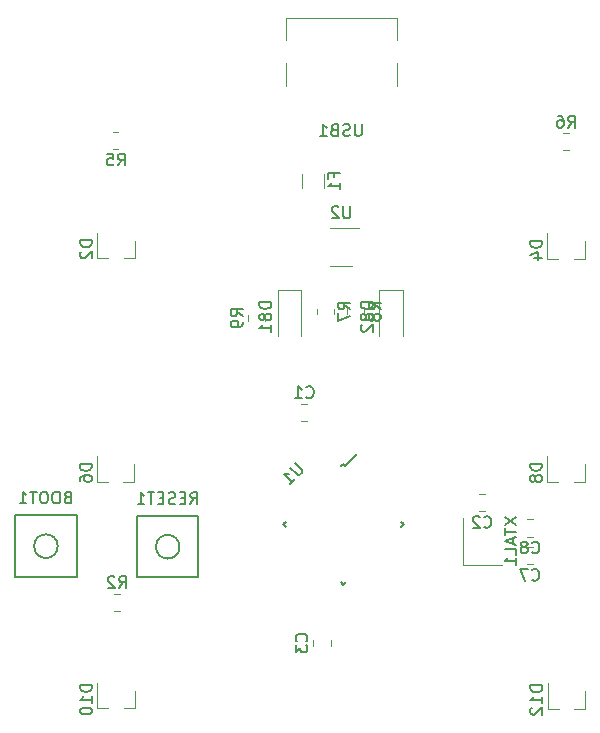
<source format=gbr>
%TF.GenerationSoftware,KiCad,Pcbnew,(5.1.9)-1*%
%TF.CreationDate,2021-01-04T19:24:50+01:00*%
%TF.ProjectId,pcb,7063622e-6b69-4636-9164-5f7063625858,rev?*%
%TF.SameCoordinates,Original*%
%TF.FileFunction,Legend,Bot*%
%TF.FilePolarity,Positive*%
%FSLAX46Y46*%
G04 Gerber Fmt 4.6, Leading zero omitted, Abs format (unit mm)*
G04 Created by KiCad (PCBNEW (5.1.9)-1) date 2021-01-04 19:24:50*
%MOMM*%
%LPD*%
G01*
G04 APERTURE LIST*
%ADD10C,0.120000*%
%ADD11C,0.150000*%
G04 APERTURE END LIST*
D10*
%TO.C,D12*%
X146029800Y-95705200D02*
X146029800Y-94245200D01*
X142869800Y-95705200D02*
X142869800Y-93545200D01*
X142869800Y-95705200D02*
X143799800Y-95705200D01*
X146029800Y-95705200D02*
X145099800Y-95705200D01*
%TO.C,D10*%
X107904400Y-95679800D02*
X107904400Y-94219800D01*
X104744400Y-95679800D02*
X104744400Y-93519800D01*
X104744400Y-95679800D02*
X105674400Y-95679800D01*
X107904400Y-95679800D02*
X106974400Y-95679800D01*
%TO.C,D8*%
X146004400Y-76477400D02*
X146004400Y-75017400D01*
X142844400Y-76477400D02*
X142844400Y-74317400D01*
X142844400Y-76477400D02*
X143774400Y-76477400D01*
X146004400Y-76477400D02*
X145074400Y-76477400D01*
%TO.C,D6*%
X107879000Y-76477400D02*
X107879000Y-75017400D01*
X104719000Y-76477400D02*
X104719000Y-74317400D01*
X104719000Y-76477400D02*
X105649000Y-76477400D01*
X107879000Y-76477400D02*
X106949000Y-76477400D01*
%TO.C,D4*%
X146004400Y-57605200D02*
X146004400Y-56145200D01*
X142844400Y-57605200D02*
X142844400Y-55445200D01*
X142844400Y-57605200D02*
X143774400Y-57605200D01*
X146004400Y-57605200D02*
X145074400Y-57605200D01*
%TO.C,D2*%
X107904400Y-57554400D02*
X107904400Y-56094400D01*
X104744400Y-57554400D02*
X104744400Y-55394400D01*
X104744400Y-57554400D02*
X105674400Y-57554400D01*
X107904400Y-57554400D02*
X106974400Y-57554400D01*
%TO.C,XTAL1*%
X135662400Y-83534000D02*
X135662400Y-79534000D01*
X138962400Y-83534000D02*
X135662400Y-83534000D01*
%TO.C,USB1*%
X120674400Y-37222600D02*
X130074400Y-37222600D01*
X130074400Y-43022600D02*
X130074400Y-41022600D01*
X130074400Y-39122600D02*
X130074400Y-37222600D01*
X120674400Y-43022600D02*
X120674400Y-41022600D01*
X120674400Y-39122600D02*
X120674400Y-37222600D01*
%TO.C,U2*%
X124474400Y-55006600D02*
X126924400Y-55006600D01*
X126274400Y-58226600D02*
X124474400Y-58226600D01*
D11*
%TO.C,U1*%
X125736699Y-75118775D02*
X126744326Y-74111148D01*
X120451076Y-80086200D02*
X120680886Y-79856390D01*
X125577600Y-85212724D02*
X125807410Y-84982914D01*
X130704124Y-80086200D02*
X130474314Y-80316010D01*
X125577600Y-74959676D02*
X125347790Y-75189486D01*
X130704124Y-80086200D02*
X130474314Y-79856390D01*
X125577600Y-85212724D02*
X125347790Y-84982914D01*
X120451076Y-80086200D02*
X120680886Y-80316010D01*
X125577600Y-74959676D02*
X125736699Y-75118775D01*
%TO.C,RESET1*%
X108093200Y-84591200D02*
X113293200Y-84591200D01*
X113293200Y-84591200D02*
X113293200Y-79391200D01*
X113293200Y-79391200D02*
X108093200Y-79391200D01*
X108093200Y-79391200D02*
X108093200Y-84591200D01*
X111693200Y-81991200D02*
G75*
G03*
X111693200Y-81991200I-1000000J0D01*
G01*
D10*
%TO.C,R9*%
X118972000Y-62409336D02*
X118972000Y-62863464D01*
X117502000Y-62409336D02*
X117502000Y-62863464D01*
%TO.C,R8*%
X125884000Y-62279264D02*
X125884000Y-61825136D01*
X127354000Y-62279264D02*
X127354000Y-61825136D01*
%TO.C,R7*%
X123293200Y-62279264D02*
X123293200Y-61825136D01*
X124763200Y-62279264D02*
X124763200Y-61825136D01*
%TO.C,R6*%
X144651464Y-48436200D02*
X144197336Y-48436200D01*
X144651464Y-46966200D02*
X144197336Y-46966200D01*
%TO.C,R5*%
X106073836Y-46864600D02*
X106527964Y-46864600D01*
X106073836Y-48334600D02*
X106527964Y-48334600D01*
%TO.C,R2*%
X106627664Y-87425200D02*
X106173536Y-87425200D01*
X106627664Y-85955200D02*
X106173536Y-85955200D01*
%TO.C,F1*%
X122102200Y-51630664D02*
X122102200Y-50426536D01*
X123922200Y-51630664D02*
X123922200Y-50426536D01*
%TO.C,D82*%
X128590800Y-60259400D02*
X128590800Y-64159400D01*
X130590800Y-60259400D02*
X130590800Y-64159400D01*
X128590800Y-60259400D02*
X130590800Y-60259400D01*
%TO.C,D81*%
X120005600Y-60259400D02*
X120005600Y-64159400D01*
X122005600Y-60259400D02*
X122005600Y-64159400D01*
X120005600Y-60259400D02*
X122005600Y-60259400D01*
%TO.C,C8*%
X141115148Y-79681400D02*
X141637652Y-79681400D01*
X141115148Y-81151400D02*
X141637652Y-81151400D01*
%TO.C,C7*%
X141115148Y-81992800D02*
X141637652Y-81992800D01*
X141115148Y-83462800D02*
X141637652Y-83462800D01*
%TO.C,C3*%
X124483800Y-89883348D02*
X124483800Y-90405852D01*
X123013800Y-89883348D02*
X123013800Y-90405852D01*
%TO.C,C2*%
X137051148Y-77522400D02*
X137573652Y-77522400D01*
X137051148Y-78992400D02*
X137573652Y-78992400D01*
%TO.C,C1*%
X122526652Y-71372400D02*
X122004148Y-71372400D01*
X122526652Y-69902400D02*
X122004148Y-69902400D01*
D11*
%TO.C,BOOT1*%
X97780800Y-84540400D02*
X102980800Y-84540400D01*
X102980800Y-84540400D02*
X102980800Y-79340400D01*
X102980800Y-79340400D02*
X97780800Y-79340400D01*
X97780800Y-79340400D02*
X97780800Y-84540400D01*
X101380800Y-81940400D02*
G75*
G03*
X101380800Y-81940400I-1000000J0D01*
G01*
%TO.C,D12*%
X142402180Y-93730914D02*
X141402180Y-93730914D01*
X141402180Y-93969009D01*
X141449800Y-94111866D01*
X141545038Y-94207104D01*
X141640276Y-94254723D01*
X141830752Y-94302342D01*
X141973609Y-94302342D01*
X142164085Y-94254723D01*
X142259323Y-94207104D01*
X142354561Y-94111866D01*
X142402180Y-93969009D01*
X142402180Y-93730914D01*
X142402180Y-95254723D02*
X142402180Y-94683295D01*
X142402180Y-94969009D02*
X141402180Y-94969009D01*
X141545038Y-94873771D01*
X141640276Y-94778533D01*
X141687895Y-94683295D01*
X141497419Y-95635676D02*
X141449800Y-95683295D01*
X141402180Y-95778533D01*
X141402180Y-96016628D01*
X141449800Y-96111866D01*
X141497419Y-96159485D01*
X141592657Y-96207104D01*
X141687895Y-96207104D01*
X141830752Y-96159485D01*
X142402180Y-95588057D01*
X142402180Y-96207104D01*
%TO.C,D10*%
X104276780Y-93705514D02*
X103276780Y-93705514D01*
X103276780Y-93943609D01*
X103324400Y-94086466D01*
X103419638Y-94181704D01*
X103514876Y-94229323D01*
X103705352Y-94276942D01*
X103848209Y-94276942D01*
X104038685Y-94229323D01*
X104133923Y-94181704D01*
X104229161Y-94086466D01*
X104276780Y-93943609D01*
X104276780Y-93705514D01*
X104276780Y-95229323D02*
X104276780Y-94657895D01*
X104276780Y-94943609D02*
X103276780Y-94943609D01*
X103419638Y-94848371D01*
X103514876Y-94753133D01*
X103562495Y-94657895D01*
X103276780Y-95848371D02*
X103276780Y-95943609D01*
X103324400Y-96038847D01*
X103372019Y-96086466D01*
X103467257Y-96134085D01*
X103657733Y-96181704D01*
X103895828Y-96181704D01*
X104086304Y-96134085D01*
X104181542Y-96086466D01*
X104229161Y-96038847D01*
X104276780Y-95943609D01*
X104276780Y-95848371D01*
X104229161Y-95753133D01*
X104181542Y-95705514D01*
X104086304Y-95657895D01*
X103895828Y-95610276D01*
X103657733Y-95610276D01*
X103467257Y-95657895D01*
X103372019Y-95705514D01*
X103324400Y-95753133D01*
X103276780Y-95848371D01*
%TO.C,D8*%
X142376780Y-74979304D02*
X141376780Y-74979304D01*
X141376780Y-75217400D01*
X141424400Y-75360257D01*
X141519638Y-75455495D01*
X141614876Y-75503114D01*
X141805352Y-75550733D01*
X141948209Y-75550733D01*
X142138685Y-75503114D01*
X142233923Y-75455495D01*
X142329161Y-75360257D01*
X142376780Y-75217400D01*
X142376780Y-74979304D01*
X141805352Y-76122161D02*
X141757733Y-76026923D01*
X141710114Y-75979304D01*
X141614876Y-75931685D01*
X141567257Y-75931685D01*
X141472019Y-75979304D01*
X141424400Y-76026923D01*
X141376780Y-76122161D01*
X141376780Y-76312638D01*
X141424400Y-76407876D01*
X141472019Y-76455495D01*
X141567257Y-76503114D01*
X141614876Y-76503114D01*
X141710114Y-76455495D01*
X141757733Y-76407876D01*
X141805352Y-76312638D01*
X141805352Y-76122161D01*
X141852971Y-76026923D01*
X141900590Y-75979304D01*
X141995828Y-75931685D01*
X142186304Y-75931685D01*
X142281542Y-75979304D01*
X142329161Y-76026923D01*
X142376780Y-76122161D01*
X142376780Y-76312638D01*
X142329161Y-76407876D01*
X142281542Y-76455495D01*
X142186304Y-76503114D01*
X141995828Y-76503114D01*
X141900590Y-76455495D01*
X141852971Y-76407876D01*
X141805352Y-76312638D01*
%TO.C,D6*%
X104251380Y-74979304D02*
X103251380Y-74979304D01*
X103251380Y-75217400D01*
X103299000Y-75360257D01*
X103394238Y-75455495D01*
X103489476Y-75503114D01*
X103679952Y-75550733D01*
X103822809Y-75550733D01*
X104013285Y-75503114D01*
X104108523Y-75455495D01*
X104203761Y-75360257D01*
X104251380Y-75217400D01*
X104251380Y-74979304D01*
X103251380Y-76407876D02*
X103251380Y-76217400D01*
X103299000Y-76122161D01*
X103346619Y-76074542D01*
X103489476Y-75979304D01*
X103679952Y-75931685D01*
X104060904Y-75931685D01*
X104156142Y-75979304D01*
X104203761Y-76026923D01*
X104251380Y-76122161D01*
X104251380Y-76312638D01*
X104203761Y-76407876D01*
X104156142Y-76455495D01*
X104060904Y-76503114D01*
X103822809Y-76503114D01*
X103727571Y-76455495D01*
X103679952Y-76407876D01*
X103632333Y-76312638D01*
X103632333Y-76122161D01*
X103679952Y-76026923D01*
X103727571Y-75979304D01*
X103822809Y-75931685D01*
%TO.C,D4*%
X142376780Y-56107104D02*
X141376780Y-56107104D01*
X141376780Y-56345200D01*
X141424400Y-56488057D01*
X141519638Y-56583295D01*
X141614876Y-56630914D01*
X141805352Y-56678533D01*
X141948209Y-56678533D01*
X142138685Y-56630914D01*
X142233923Y-56583295D01*
X142329161Y-56488057D01*
X142376780Y-56345200D01*
X142376780Y-56107104D01*
X141710114Y-57535676D02*
X142376780Y-57535676D01*
X141329161Y-57297580D02*
X142043447Y-57059485D01*
X142043447Y-57678533D01*
%TO.C,D2*%
X104276780Y-56056304D02*
X103276780Y-56056304D01*
X103276780Y-56294400D01*
X103324400Y-56437257D01*
X103419638Y-56532495D01*
X103514876Y-56580114D01*
X103705352Y-56627733D01*
X103848209Y-56627733D01*
X104038685Y-56580114D01*
X104133923Y-56532495D01*
X104229161Y-56437257D01*
X104276780Y-56294400D01*
X104276780Y-56056304D01*
X103372019Y-57008685D02*
X103324400Y-57056304D01*
X103276780Y-57151542D01*
X103276780Y-57389638D01*
X103324400Y-57484876D01*
X103372019Y-57532495D01*
X103467257Y-57580114D01*
X103562495Y-57580114D01*
X103705352Y-57532495D01*
X104276780Y-56961066D01*
X104276780Y-57580114D01*
%TO.C,XTAL1*%
X139214780Y-79510190D02*
X140214780Y-80176857D01*
X139214780Y-80176857D02*
X140214780Y-79510190D01*
X139214780Y-80414952D02*
X139214780Y-80986380D01*
X140214780Y-80700666D02*
X139214780Y-80700666D01*
X139929066Y-81272095D02*
X139929066Y-81748285D01*
X140214780Y-81176857D02*
X139214780Y-81510190D01*
X140214780Y-81843523D01*
X140214780Y-82653047D02*
X140214780Y-82176857D01*
X139214780Y-82176857D01*
X140214780Y-83510190D02*
X140214780Y-82938761D01*
X140214780Y-83224476D02*
X139214780Y-83224476D01*
X139357638Y-83129238D01*
X139452876Y-83034000D01*
X139500495Y-82938761D01*
%TO.C,USB1*%
X127112495Y-46219980D02*
X127112495Y-47029504D01*
X127064876Y-47124742D01*
X127017257Y-47172361D01*
X126922019Y-47219980D01*
X126731542Y-47219980D01*
X126636304Y-47172361D01*
X126588685Y-47124742D01*
X126541066Y-47029504D01*
X126541066Y-46219980D01*
X126112495Y-47172361D02*
X125969638Y-47219980D01*
X125731542Y-47219980D01*
X125636304Y-47172361D01*
X125588685Y-47124742D01*
X125541066Y-47029504D01*
X125541066Y-46934266D01*
X125588685Y-46839028D01*
X125636304Y-46791409D01*
X125731542Y-46743790D01*
X125922019Y-46696171D01*
X126017257Y-46648552D01*
X126064876Y-46600933D01*
X126112495Y-46505695D01*
X126112495Y-46410457D01*
X126064876Y-46315219D01*
X126017257Y-46267600D01*
X125922019Y-46219980D01*
X125683923Y-46219980D01*
X125541066Y-46267600D01*
X124779161Y-46696171D02*
X124636304Y-46743790D01*
X124588685Y-46791409D01*
X124541066Y-46886647D01*
X124541066Y-47029504D01*
X124588685Y-47124742D01*
X124636304Y-47172361D01*
X124731542Y-47219980D01*
X125112495Y-47219980D01*
X125112495Y-46219980D01*
X124779161Y-46219980D01*
X124683923Y-46267600D01*
X124636304Y-46315219D01*
X124588685Y-46410457D01*
X124588685Y-46505695D01*
X124636304Y-46600933D01*
X124683923Y-46648552D01*
X124779161Y-46696171D01*
X125112495Y-46696171D01*
X123588685Y-47219980D02*
X124160114Y-47219980D01*
X123874400Y-47219980D02*
X123874400Y-46219980D01*
X123969638Y-46362838D01*
X124064876Y-46458076D01*
X124160114Y-46505695D01*
%TO.C,U2*%
X126136304Y-53168980D02*
X126136304Y-53978504D01*
X126088685Y-54073742D01*
X126041066Y-54121361D01*
X125945828Y-54168980D01*
X125755352Y-54168980D01*
X125660114Y-54121361D01*
X125612495Y-54073742D01*
X125564876Y-53978504D01*
X125564876Y-53168980D01*
X125136304Y-53264219D02*
X125088685Y-53216600D01*
X124993447Y-53168980D01*
X124755352Y-53168980D01*
X124660114Y-53216600D01*
X124612495Y-53264219D01*
X124564876Y-53359457D01*
X124564876Y-53454695D01*
X124612495Y-53597552D01*
X125183923Y-54168980D01*
X124564876Y-54168980D01*
%TO.C,U1*%
X121451126Y-74882230D02*
X122023546Y-75454650D01*
X122057218Y-75555665D01*
X122057218Y-75623009D01*
X122023546Y-75724024D01*
X121888859Y-75858711D01*
X121787844Y-75892383D01*
X121720500Y-75892383D01*
X121619485Y-75858711D01*
X121047065Y-75286291D01*
X121047065Y-76700505D02*
X121451126Y-76296444D01*
X121249096Y-76498474D02*
X120541989Y-75791368D01*
X120710348Y-75825039D01*
X120845035Y-75825039D01*
X120946050Y-75791368D01*
%TO.C,RESET1*%
X112621771Y-78379580D02*
X112955104Y-77903390D01*
X113193200Y-78379580D02*
X113193200Y-77379580D01*
X112812247Y-77379580D01*
X112717009Y-77427200D01*
X112669390Y-77474819D01*
X112621771Y-77570057D01*
X112621771Y-77712914D01*
X112669390Y-77808152D01*
X112717009Y-77855771D01*
X112812247Y-77903390D01*
X113193200Y-77903390D01*
X112193200Y-77855771D02*
X111859866Y-77855771D01*
X111717009Y-78379580D02*
X112193200Y-78379580D01*
X112193200Y-77379580D01*
X111717009Y-77379580D01*
X111336057Y-78331961D02*
X111193200Y-78379580D01*
X110955104Y-78379580D01*
X110859866Y-78331961D01*
X110812247Y-78284342D01*
X110764628Y-78189104D01*
X110764628Y-78093866D01*
X110812247Y-77998628D01*
X110859866Y-77951009D01*
X110955104Y-77903390D01*
X111145580Y-77855771D01*
X111240819Y-77808152D01*
X111288438Y-77760533D01*
X111336057Y-77665295D01*
X111336057Y-77570057D01*
X111288438Y-77474819D01*
X111240819Y-77427200D01*
X111145580Y-77379580D01*
X110907485Y-77379580D01*
X110764628Y-77427200D01*
X110336057Y-77855771D02*
X110002723Y-77855771D01*
X109859866Y-78379580D02*
X110336057Y-78379580D01*
X110336057Y-77379580D01*
X109859866Y-77379580D01*
X109574152Y-77379580D02*
X109002723Y-77379580D01*
X109288438Y-78379580D02*
X109288438Y-77379580D01*
X108145580Y-78379580D02*
X108717009Y-78379580D01*
X108431295Y-78379580D02*
X108431295Y-77379580D01*
X108526533Y-77522438D01*
X108621771Y-77617676D01*
X108717009Y-77665295D01*
%TO.C,R9*%
X117039380Y-62469733D02*
X116563190Y-62136400D01*
X117039380Y-61898304D02*
X116039380Y-61898304D01*
X116039380Y-62279257D01*
X116087000Y-62374495D01*
X116134619Y-62422114D01*
X116229857Y-62469733D01*
X116372714Y-62469733D01*
X116467952Y-62422114D01*
X116515571Y-62374495D01*
X116563190Y-62279257D01*
X116563190Y-61898304D01*
X117039380Y-62945923D02*
X117039380Y-63136400D01*
X116991761Y-63231638D01*
X116944142Y-63279257D01*
X116801285Y-63374495D01*
X116610809Y-63422114D01*
X116229857Y-63422114D01*
X116134619Y-63374495D01*
X116087000Y-63326876D01*
X116039380Y-63231638D01*
X116039380Y-63041161D01*
X116087000Y-62945923D01*
X116134619Y-62898304D01*
X116229857Y-62850685D01*
X116467952Y-62850685D01*
X116563190Y-62898304D01*
X116610809Y-62945923D01*
X116658428Y-63041161D01*
X116658428Y-63231638D01*
X116610809Y-63326876D01*
X116563190Y-63374495D01*
X116467952Y-63422114D01*
%TO.C,R8*%
X128721380Y-61885533D02*
X128245190Y-61552200D01*
X128721380Y-61314104D02*
X127721380Y-61314104D01*
X127721380Y-61695057D01*
X127769000Y-61790295D01*
X127816619Y-61837914D01*
X127911857Y-61885533D01*
X128054714Y-61885533D01*
X128149952Y-61837914D01*
X128197571Y-61790295D01*
X128245190Y-61695057D01*
X128245190Y-61314104D01*
X128149952Y-62456961D02*
X128102333Y-62361723D01*
X128054714Y-62314104D01*
X127959476Y-62266485D01*
X127911857Y-62266485D01*
X127816619Y-62314104D01*
X127769000Y-62361723D01*
X127721380Y-62456961D01*
X127721380Y-62647438D01*
X127769000Y-62742676D01*
X127816619Y-62790295D01*
X127911857Y-62837914D01*
X127959476Y-62837914D01*
X128054714Y-62790295D01*
X128102333Y-62742676D01*
X128149952Y-62647438D01*
X128149952Y-62456961D01*
X128197571Y-62361723D01*
X128245190Y-62314104D01*
X128340428Y-62266485D01*
X128530904Y-62266485D01*
X128626142Y-62314104D01*
X128673761Y-62361723D01*
X128721380Y-62456961D01*
X128721380Y-62647438D01*
X128673761Y-62742676D01*
X128626142Y-62790295D01*
X128530904Y-62837914D01*
X128340428Y-62837914D01*
X128245190Y-62790295D01*
X128197571Y-62742676D01*
X128149952Y-62647438D01*
%TO.C,R7*%
X126130580Y-61885533D02*
X125654390Y-61552200D01*
X126130580Y-61314104D02*
X125130580Y-61314104D01*
X125130580Y-61695057D01*
X125178200Y-61790295D01*
X125225819Y-61837914D01*
X125321057Y-61885533D01*
X125463914Y-61885533D01*
X125559152Y-61837914D01*
X125606771Y-61790295D01*
X125654390Y-61695057D01*
X125654390Y-61314104D01*
X125130580Y-62218866D02*
X125130580Y-62885533D01*
X126130580Y-62456961D01*
%TO.C,R6*%
X144591066Y-46503580D02*
X144924400Y-46027390D01*
X145162495Y-46503580D02*
X145162495Y-45503580D01*
X144781542Y-45503580D01*
X144686304Y-45551200D01*
X144638685Y-45598819D01*
X144591066Y-45694057D01*
X144591066Y-45836914D01*
X144638685Y-45932152D01*
X144686304Y-45979771D01*
X144781542Y-46027390D01*
X145162495Y-46027390D01*
X143733923Y-45503580D02*
X143924400Y-45503580D01*
X144019638Y-45551200D01*
X144067257Y-45598819D01*
X144162495Y-45741676D01*
X144210114Y-45932152D01*
X144210114Y-46313104D01*
X144162495Y-46408342D01*
X144114876Y-46455961D01*
X144019638Y-46503580D01*
X143829161Y-46503580D01*
X143733923Y-46455961D01*
X143686304Y-46408342D01*
X143638685Y-46313104D01*
X143638685Y-46075009D01*
X143686304Y-45979771D01*
X143733923Y-45932152D01*
X143829161Y-45884533D01*
X144019638Y-45884533D01*
X144114876Y-45932152D01*
X144162495Y-45979771D01*
X144210114Y-46075009D01*
%TO.C,R5*%
X106467566Y-49701980D02*
X106800900Y-49225790D01*
X107038995Y-49701980D02*
X107038995Y-48701980D01*
X106658042Y-48701980D01*
X106562804Y-48749600D01*
X106515185Y-48797219D01*
X106467566Y-48892457D01*
X106467566Y-49035314D01*
X106515185Y-49130552D01*
X106562804Y-49178171D01*
X106658042Y-49225790D01*
X107038995Y-49225790D01*
X105562804Y-48701980D02*
X106038995Y-48701980D01*
X106086614Y-49178171D01*
X106038995Y-49130552D01*
X105943757Y-49082933D01*
X105705661Y-49082933D01*
X105610423Y-49130552D01*
X105562804Y-49178171D01*
X105515185Y-49273409D01*
X105515185Y-49511504D01*
X105562804Y-49606742D01*
X105610423Y-49654361D01*
X105705661Y-49701980D01*
X105943757Y-49701980D01*
X106038995Y-49654361D01*
X106086614Y-49606742D01*
%TO.C,R2*%
X106567266Y-85492580D02*
X106900600Y-85016390D01*
X107138695Y-85492580D02*
X107138695Y-84492580D01*
X106757742Y-84492580D01*
X106662504Y-84540200D01*
X106614885Y-84587819D01*
X106567266Y-84683057D01*
X106567266Y-84825914D01*
X106614885Y-84921152D01*
X106662504Y-84968771D01*
X106757742Y-85016390D01*
X107138695Y-85016390D01*
X106186314Y-84587819D02*
X106138695Y-84540200D01*
X106043457Y-84492580D01*
X105805361Y-84492580D01*
X105710123Y-84540200D01*
X105662504Y-84587819D01*
X105614885Y-84683057D01*
X105614885Y-84778295D01*
X105662504Y-84921152D01*
X106233933Y-85492580D01*
X105614885Y-85492580D01*
%TO.C,F1*%
X124760771Y-50695266D02*
X124760771Y-50361933D01*
X125284580Y-50361933D02*
X124284580Y-50361933D01*
X124284580Y-50838123D01*
X125284580Y-51742885D02*
X125284580Y-51171457D01*
X125284580Y-51457171D02*
X124284580Y-51457171D01*
X124427438Y-51361933D01*
X124522676Y-51266695D01*
X124570295Y-51171457D01*
%TO.C,D82*%
X128043180Y-61295114D02*
X127043180Y-61295114D01*
X127043180Y-61533209D01*
X127090800Y-61676066D01*
X127186038Y-61771304D01*
X127281276Y-61818923D01*
X127471752Y-61866542D01*
X127614609Y-61866542D01*
X127805085Y-61818923D01*
X127900323Y-61771304D01*
X127995561Y-61676066D01*
X128043180Y-61533209D01*
X128043180Y-61295114D01*
X127471752Y-62437971D02*
X127424133Y-62342733D01*
X127376514Y-62295114D01*
X127281276Y-62247495D01*
X127233657Y-62247495D01*
X127138419Y-62295114D01*
X127090800Y-62342733D01*
X127043180Y-62437971D01*
X127043180Y-62628447D01*
X127090800Y-62723685D01*
X127138419Y-62771304D01*
X127233657Y-62818923D01*
X127281276Y-62818923D01*
X127376514Y-62771304D01*
X127424133Y-62723685D01*
X127471752Y-62628447D01*
X127471752Y-62437971D01*
X127519371Y-62342733D01*
X127566990Y-62295114D01*
X127662228Y-62247495D01*
X127852704Y-62247495D01*
X127947942Y-62295114D01*
X127995561Y-62342733D01*
X128043180Y-62437971D01*
X128043180Y-62628447D01*
X127995561Y-62723685D01*
X127947942Y-62771304D01*
X127852704Y-62818923D01*
X127662228Y-62818923D01*
X127566990Y-62771304D01*
X127519371Y-62723685D01*
X127471752Y-62628447D01*
X127138419Y-63199876D02*
X127090800Y-63247495D01*
X127043180Y-63342733D01*
X127043180Y-63580828D01*
X127090800Y-63676066D01*
X127138419Y-63723685D01*
X127233657Y-63771304D01*
X127328895Y-63771304D01*
X127471752Y-63723685D01*
X128043180Y-63152257D01*
X128043180Y-63771304D01*
%TO.C,D81*%
X119457980Y-61295114D02*
X118457980Y-61295114D01*
X118457980Y-61533209D01*
X118505600Y-61676066D01*
X118600838Y-61771304D01*
X118696076Y-61818923D01*
X118886552Y-61866542D01*
X119029409Y-61866542D01*
X119219885Y-61818923D01*
X119315123Y-61771304D01*
X119410361Y-61676066D01*
X119457980Y-61533209D01*
X119457980Y-61295114D01*
X118886552Y-62437971D02*
X118838933Y-62342733D01*
X118791314Y-62295114D01*
X118696076Y-62247495D01*
X118648457Y-62247495D01*
X118553219Y-62295114D01*
X118505600Y-62342733D01*
X118457980Y-62437971D01*
X118457980Y-62628447D01*
X118505600Y-62723685D01*
X118553219Y-62771304D01*
X118648457Y-62818923D01*
X118696076Y-62818923D01*
X118791314Y-62771304D01*
X118838933Y-62723685D01*
X118886552Y-62628447D01*
X118886552Y-62437971D01*
X118934171Y-62342733D01*
X118981790Y-62295114D01*
X119077028Y-62247495D01*
X119267504Y-62247495D01*
X119362742Y-62295114D01*
X119410361Y-62342733D01*
X119457980Y-62437971D01*
X119457980Y-62628447D01*
X119410361Y-62723685D01*
X119362742Y-62771304D01*
X119267504Y-62818923D01*
X119077028Y-62818923D01*
X118981790Y-62771304D01*
X118934171Y-62723685D01*
X118886552Y-62628447D01*
X119457980Y-63771304D02*
X119457980Y-63199876D01*
X119457980Y-63485590D02*
X118457980Y-63485590D01*
X118600838Y-63390352D01*
X118696076Y-63295114D01*
X118743695Y-63199876D01*
%TO.C,C8*%
X141543066Y-82453542D02*
X141590685Y-82501161D01*
X141733542Y-82548780D01*
X141828780Y-82548780D01*
X141971638Y-82501161D01*
X142066876Y-82405923D01*
X142114495Y-82310685D01*
X142162114Y-82120209D01*
X142162114Y-81977352D01*
X142114495Y-81786876D01*
X142066876Y-81691638D01*
X141971638Y-81596400D01*
X141828780Y-81548780D01*
X141733542Y-81548780D01*
X141590685Y-81596400D01*
X141543066Y-81644019D01*
X140971638Y-81977352D02*
X141066876Y-81929733D01*
X141114495Y-81882114D01*
X141162114Y-81786876D01*
X141162114Y-81739257D01*
X141114495Y-81644019D01*
X141066876Y-81596400D01*
X140971638Y-81548780D01*
X140781161Y-81548780D01*
X140685923Y-81596400D01*
X140638304Y-81644019D01*
X140590685Y-81739257D01*
X140590685Y-81786876D01*
X140638304Y-81882114D01*
X140685923Y-81929733D01*
X140781161Y-81977352D01*
X140971638Y-81977352D01*
X141066876Y-82024971D01*
X141114495Y-82072590D01*
X141162114Y-82167828D01*
X141162114Y-82358304D01*
X141114495Y-82453542D01*
X141066876Y-82501161D01*
X140971638Y-82548780D01*
X140781161Y-82548780D01*
X140685923Y-82501161D01*
X140638304Y-82453542D01*
X140590685Y-82358304D01*
X140590685Y-82167828D01*
X140638304Y-82072590D01*
X140685923Y-82024971D01*
X140781161Y-81977352D01*
%TO.C,C7*%
X141543066Y-84764942D02*
X141590685Y-84812561D01*
X141733542Y-84860180D01*
X141828780Y-84860180D01*
X141971638Y-84812561D01*
X142066876Y-84717323D01*
X142114495Y-84622085D01*
X142162114Y-84431609D01*
X142162114Y-84288752D01*
X142114495Y-84098276D01*
X142066876Y-84003038D01*
X141971638Y-83907800D01*
X141828780Y-83860180D01*
X141733542Y-83860180D01*
X141590685Y-83907800D01*
X141543066Y-83955419D01*
X141209733Y-83860180D02*
X140543066Y-83860180D01*
X140971638Y-84860180D01*
%TO.C,C3*%
X122425942Y-89977933D02*
X122473561Y-89930314D01*
X122521180Y-89787457D01*
X122521180Y-89692219D01*
X122473561Y-89549361D01*
X122378323Y-89454123D01*
X122283085Y-89406504D01*
X122092609Y-89358885D01*
X121949752Y-89358885D01*
X121759276Y-89406504D01*
X121664038Y-89454123D01*
X121568800Y-89549361D01*
X121521180Y-89692219D01*
X121521180Y-89787457D01*
X121568800Y-89930314D01*
X121616419Y-89977933D01*
X121521180Y-90311266D02*
X121521180Y-90930314D01*
X121902133Y-90596980D01*
X121902133Y-90739838D01*
X121949752Y-90835076D01*
X121997371Y-90882695D01*
X122092609Y-90930314D01*
X122330704Y-90930314D01*
X122425942Y-90882695D01*
X122473561Y-90835076D01*
X122521180Y-90739838D01*
X122521180Y-90454123D01*
X122473561Y-90358885D01*
X122425942Y-90311266D01*
%TO.C,C2*%
X137479066Y-80294542D02*
X137526685Y-80342161D01*
X137669542Y-80389780D01*
X137764780Y-80389780D01*
X137907638Y-80342161D01*
X138002876Y-80246923D01*
X138050495Y-80151685D01*
X138098114Y-79961209D01*
X138098114Y-79818352D01*
X138050495Y-79627876D01*
X138002876Y-79532638D01*
X137907638Y-79437400D01*
X137764780Y-79389780D01*
X137669542Y-79389780D01*
X137526685Y-79437400D01*
X137479066Y-79485019D01*
X137098114Y-79485019D02*
X137050495Y-79437400D01*
X136955257Y-79389780D01*
X136717161Y-79389780D01*
X136621923Y-79437400D01*
X136574304Y-79485019D01*
X136526685Y-79580257D01*
X136526685Y-79675495D01*
X136574304Y-79818352D01*
X137145733Y-80389780D01*
X136526685Y-80389780D01*
%TO.C,C1*%
X122432066Y-69314542D02*
X122479685Y-69362161D01*
X122622542Y-69409780D01*
X122717780Y-69409780D01*
X122860638Y-69362161D01*
X122955876Y-69266923D01*
X123003495Y-69171685D01*
X123051114Y-68981209D01*
X123051114Y-68838352D01*
X123003495Y-68647876D01*
X122955876Y-68552638D01*
X122860638Y-68457400D01*
X122717780Y-68409780D01*
X122622542Y-68409780D01*
X122479685Y-68457400D01*
X122432066Y-68505019D01*
X121479685Y-69409780D02*
X122051114Y-69409780D01*
X121765400Y-69409780D02*
X121765400Y-68409780D01*
X121860638Y-68552638D01*
X121955876Y-68647876D01*
X122051114Y-68695495D01*
%TO.C,BOOT1*%
X102214133Y-77804971D02*
X102071276Y-77852590D01*
X102023657Y-77900209D01*
X101976038Y-77995447D01*
X101976038Y-78138304D01*
X102023657Y-78233542D01*
X102071276Y-78281161D01*
X102166514Y-78328780D01*
X102547466Y-78328780D01*
X102547466Y-77328780D01*
X102214133Y-77328780D01*
X102118895Y-77376400D01*
X102071276Y-77424019D01*
X102023657Y-77519257D01*
X102023657Y-77614495D01*
X102071276Y-77709733D01*
X102118895Y-77757352D01*
X102214133Y-77804971D01*
X102547466Y-77804971D01*
X101356990Y-77328780D02*
X101166514Y-77328780D01*
X101071276Y-77376400D01*
X100976038Y-77471638D01*
X100928419Y-77662114D01*
X100928419Y-77995447D01*
X100976038Y-78185923D01*
X101071276Y-78281161D01*
X101166514Y-78328780D01*
X101356990Y-78328780D01*
X101452228Y-78281161D01*
X101547466Y-78185923D01*
X101595085Y-77995447D01*
X101595085Y-77662114D01*
X101547466Y-77471638D01*
X101452228Y-77376400D01*
X101356990Y-77328780D01*
X100309371Y-77328780D02*
X100118895Y-77328780D01*
X100023657Y-77376400D01*
X99928419Y-77471638D01*
X99880800Y-77662114D01*
X99880800Y-77995447D01*
X99928419Y-78185923D01*
X100023657Y-78281161D01*
X100118895Y-78328780D01*
X100309371Y-78328780D01*
X100404609Y-78281161D01*
X100499847Y-78185923D01*
X100547466Y-77995447D01*
X100547466Y-77662114D01*
X100499847Y-77471638D01*
X100404609Y-77376400D01*
X100309371Y-77328780D01*
X99595085Y-77328780D02*
X99023657Y-77328780D01*
X99309371Y-78328780D02*
X99309371Y-77328780D01*
X98166514Y-78328780D02*
X98737942Y-78328780D01*
X98452228Y-78328780D02*
X98452228Y-77328780D01*
X98547466Y-77471638D01*
X98642704Y-77566876D01*
X98737942Y-77614495D01*
%TD*%
M02*

</source>
